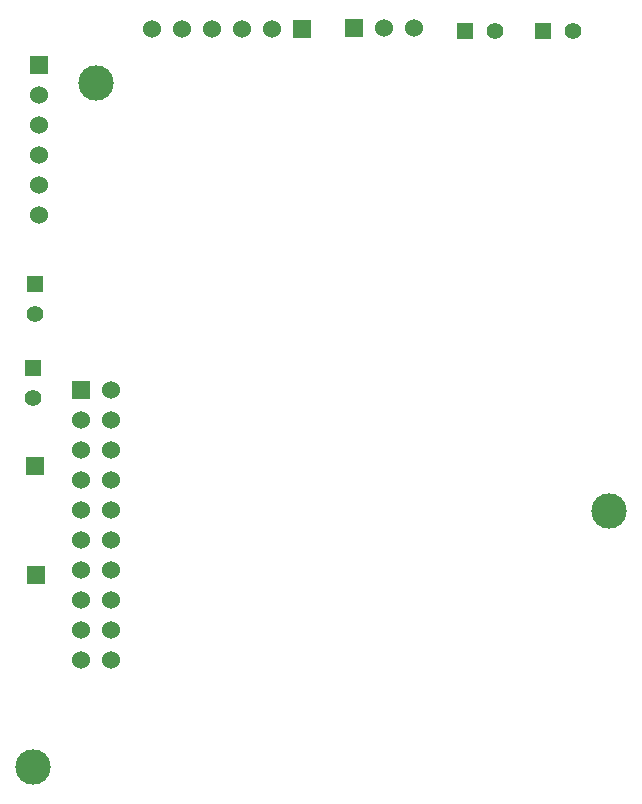
<source format=gbs>
G04 (created by PCBNEW (2013-07-07 BZR 4022)-stable) date 22/01/2014 07:55:25*
%MOIN*%
G04 Gerber Fmt 3.4, Leading zero omitted, Abs format*
%FSLAX34Y34*%
G01*
G70*
G90*
G04 APERTURE LIST*
%ADD10C,0.00590551*%
%ADD11C,0.11811*%
%ADD12R,0.06X0.06*%
%ADD13C,0.06*%
%ADD14R,0.055X0.055*%
%ADD15C,0.055*%
G04 APERTURE END LIST*
G54D10*
G54D11*
X67600Y-54000D03*
X50500Y-39750D03*
X48400Y-62550D03*
G54D12*
X59100Y-37900D03*
G54D13*
X60100Y-37900D03*
X61100Y-37900D03*
G54D12*
X57350Y-37950D03*
G54D13*
X56350Y-37950D03*
X55350Y-37950D03*
X54350Y-37950D03*
X53350Y-37950D03*
X52350Y-37950D03*
G54D12*
X48500Y-56150D03*
X48450Y-52500D03*
X48600Y-39150D03*
G54D13*
X48600Y-40150D03*
X48600Y-41150D03*
X48600Y-42150D03*
X48600Y-43150D03*
X48600Y-44150D03*
G54D14*
X48400Y-49250D03*
G54D15*
X48400Y-50250D03*
G54D14*
X48450Y-46450D03*
G54D15*
X48450Y-47450D03*
G54D14*
X62800Y-38000D03*
G54D15*
X63800Y-38000D03*
G54D14*
X65400Y-38000D03*
G54D15*
X66400Y-38000D03*
G54D12*
X50000Y-49984D03*
G54D13*
X51000Y-49984D03*
X50000Y-50984D03*
X51000Y-50984D03*
X50000Y-51984D03*
X51000Y-51984D03*
X50000Y-52984D03*
X51000Y-52984D03*
X50000Y-53984D03*
X51000Y-53984D03*
X50000Y-54984D03*
X51000Y-54984D03*
X50000Y-55984D03*
X51000Y-55984D03*
X50000Y-56984D03*
X51000Y-56984D03*
X50000Y-57984D03*
X51000Y-57984D03*
X50000Y-58984D03*
X51000Y-58984D03*
M02*

</source>
